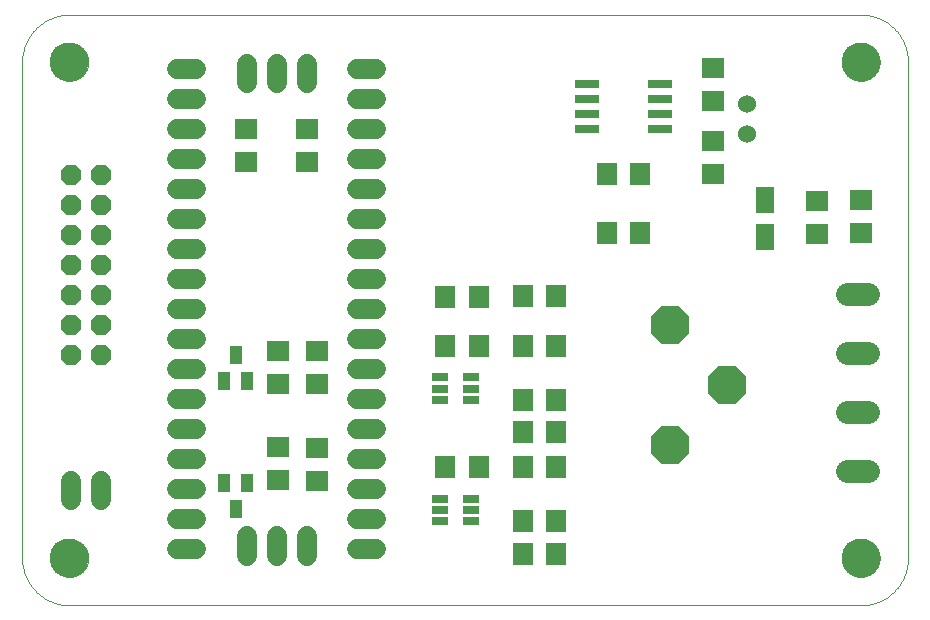
<source format=gts>
G75*
%MOIN*%
%OFA0B0*%
%FSLAX25Y25*%
%IPPOS*%
%LPD*%
%AMOC8*
5,1,8,0,0,1.08239X$1,22.5*
%
%ADD10R,0.05203X0.02841*%
%ADD11C,0.07500*%
%ADD12R,0.04337X0.05912*%
%ADD13C,0.06800*%
%ADD14R,0.05912X0.09061*%
%ADD15R,0.06699X0.07498*%
%ADD16R,0.07498X0.06699*%
%ADD17R,0.07487X0.06699*%
%ADD18OC8,0.06800*%
%ADD19R,0.08400X0.03000*%
%ADD20R,0.06699X0.07487*%
%ADD21OC8,0.12800*%
%ADD22C,0.06000*%
%ADD23C,0.00000*%
%ADD24C,0.12998*%
D10*
X0211432Y0078700D03*
X0211432Y0082440D03*
X0211432Y0086180D03*
X0221668Y0086180D03*
X0221668Y0082440D03*
X0221668Y0078700D03*
X0221668Y0119200D03*
X0221668Y0122940D03*
X0221668Y0126680D03*
X0211432Y0126680D03*
X0211432Y0122940D03*
X0211432Y0119200D03*
D11*
X0347030Y0115007D02*
X0354130Y0115007D01*
X0354130Y0095322D02*
X0347030Y0095322D01*
X0347030Y0134693D02*
X0354130Y0134693D01*
X0354130Y0154378D02*
X0347030Y0154378D01*
D12*
X0146970Y0125349D03*
X0139490Y0125349D03*
X0143230Y0134011D03*
X0139490Y0091481D03*
X0146970Y0091481D03*
X0143230Y0082819D03*
D13*
X0146980Y0073650D02*
X0146980Y0067250D01*
X0156980Y0067250D02*
X0156980Y0073650D01*
X0166980Y0073650D02*
X0166980Y0067250D01*
X0183780Y0069400D02*
X0190180Y0069400D01*
X0190180Y0079400D02*
X0183780Y0079400D01*
X0183780Y0089400D02*
X0190180Y0089400D01*
X0190180Y0099400D02*
X0183780Y0099400D01*
X0183780Y0109400D02*
X0190180Y0109400D01*
X0190180Y0119400D02*
X0183780Y0119400D01*
X0183780Y0129400D02*
X0190180Y0129400D01*
X0190180Y0139400D02*
X0183780Y0139400D01*
X0183780Y0149400D02*
X0190180Y0149400D01*
X0190180Y0159400D02*
X0183780Y0159400D01*
X0183780Y0169400D02*
X0190180Y0169400D01*
X0190180Y0179400D02*
X0183780Y0179400D01*
X0183780Y0189400D02*
X0190180Y0189400D01*
X0190180Y0199400D02*
X0183780Y0199400D01*
X0183780Y0209400D02*
X0190180Y0209400D01*
X0190180Y0219400D02*
X0183780Y0219400D01*
X0183780Y0229400D02*
X0190180Y0229400D01*
X0166900Y0231130D02*
X0166900Y0224730D01*
X0156900Y0224730D02*
X0156900Y0231130D01*
X0146900Y0231130D02*
X0146900Y0224730D01*
X0130180Y0229400D02*
X0123780Y0229400D01*
X0123780Y0219400D02*
X0130180Y0219400D01*
X0130180Y0209400D02*
X0123780Y0209400D01*
X0123780Y0199400D02*
X0130180Y0199400D01*
X0130180Y0189400D02*
X0123780Y0189400D01*
X0123780Y0179400D02*
X0130180Y0179400D01*
X0130180Y0169400D02*
X0123780Y0169400D01*
X0123780Y0159400D02*
X0130180Y0159400D01*
X0130180Y0149400D02*
X0123780Y0149400D01*
X0123780Y0139400D02*
X0130180Y0139400D01*
X0130180Y0129400D02*
X0123780Y0129400D01*
X0123780Y0119400D02*
X0130180Y0119400D01*
X0130180Y0109600D02*
X0123780Y0109600D01*
X0123780Y0099600D02*
X0130180Y0099600D01*
X0130180Y0089600D02*
X0123780Y0089600D01*
X0123780Y0079600D02*
X0130180Y0079600D01*
X0130180Y0069600D02*
X0123780Y0069600D01*
X0098220Y0085840D02*
X0098220Y0092240D01*
X0088220Y0092240D02*
X0088220Y0085840D01*
D14*
X0319630Y0173291D03*
X0319630Y0185889D03*
D15*
X0250148Y0153690D03*
X0238952Y0153690D03*
X0224398Y0153440D03*
X0213202Y0153440D03*
X0213202Y0137190D03*
X0224398Y0137190D03*
X0238952Y0137190D03*
X0250148Y0137190D03*
X0250148Y0119190D03*
X0238952Y0119190D03*
X0238952Y0108440D03*
X0250148Y0108440D03*
X0250148Y0096690D03*
X0238952Y0096690D03*
X0224398Y0096690D03*
X0213202Y0096690D03*
X0238952Y0078690D03*
X0250148Y0078690D03*
X0250148Y0067690D03*
X0238952Y0067690D03*
D16*
X0170230Y0092052D03*
X0157230Y0092302D03*
X0157230Y0103498D03*
X0170230Y0103248D03*
X0170230Y0124362D03*
X0157230Y0124302D03*
X0157230Y0135498D03*
X0170230Y0135558D03*
X0167150Y0198332D03*
X0167150Y0209528D03*
X0146840Y0209528D03*
X0146840Y0198332D03*
D17*
X0302480Y0194448D03*
X0302480Y0205472D03*
X0302450Y0218638D03*
X0302450Y0229662D03*
X0336980Y0185352D03*
X0351740Y0185772D03*
X0351740Y0174748D03*
X0336980Y0174328D03*
D18*
X0098430Y0174150D03*
X0088430Y0174150D03*
X0088430Y0184150D03*
X0098430Y0184150D03*
X0098430Y0194150D03*
X0088430Y0194150D03*
X0088430Y0164150D03*
X0098430Y0164150D03*
X0098430Y0154150D03*
X0088430Y0154150D03*
X0088430Y0144150D03*
X0098430Y0144150D03*
X0098430Y0134150D03*
X0088430Y0134150D03*
D19*
X0260510Y0209450D03*
X0260510Y0214450D03*
X0260510Y0219450D03*
X0260510Y0224450D03*
X0284710Y0224450D03*
X0284710Y0219450D03*
X0284710Y0214450D03*
X0284710Y0209450D03*
D20*
X0278152Y0194380D03*
X0267128Y0194380D03*
X0267038Y0174900D03*
X0278062Y0174900D03*
D21*
X0288010Y0144130D03*
X0307010Y0124130D03*
X0288010Y0104130D03*
D22*
X0313790Y0207720D03*
X0313790Y0217720D03*
D23*
X0351628Y0050700D02*
X0087848Y0050700D01*
X0081549Y0066448D02*
X0081551Y0066606D01*
X0081557Y0066764D01*
X0081567Y0066922D01*
X0081581Y0067080D01*
X0081599Y0067237D01*
X0081620Y0067394D01*
X0081646Y0067550D01*
X0081676Y0067706D01*
X0081709Y0067861D01*
X0081747Y0068014D01*
X0081788Y0068167D01*
X0081833Y0068319D01*
X0081882Y0068470D01*
X0081935Y0068619D01*
X0081991Y0068767D01*
X0082051Y0068913D01*
X0082115Y0069058D01*
X0082183Y0069201D01*
X0082254Y0069343D01*
X0082328Y0069483D01*
X0082406Y0069620D01*
X0082488Y0069756D01*
X0082572Y0069890D01*
X0082661Y0070021D01*
X0082752Y0070150D01*
X0082847Y0070277D01*
X0082944Y0070402D01*
X0083045Y0070524D01*
X0083149Y0070643D01*
X0083256Y0070760D01*
X0083366Y0070874D01*
X0083479Y0070985D01*
X0083594Y0071094D01*
X0083712Y0071199D01*
X0083833Y0071301D01*
X0083956Y0071401D01*
X0084082Y0071497D01*
X0084210Y0071590D01*
X0084340Y0071680D01*
X0084473Y0071766D01*
X0084608Y0071850D01*
X0084744Y0071929D01*
X0084883Y0072006D01*
X0085024Y0072078D01*
X0085166Y0072148D01*
X0085310Y0072213D01*
X0085456Y0072275D01*
X0085603Y0072333D01*
X0085752Y0072388D01*
X0085902Y0072439D01*
X0086053Y0072486D01*
X0086205Y0072529D01*
X0086358Y0072568D01*
X0086513Y0072604D01*
X0086668Y0072635D01*
X0086824Y0072663D01*
X0086980Y0072687D01*
X0087137Y0072707D01*
X0087295Y0072723D01*
X0087452Y0072735D01*
X0087611Y0072743D01*
X0087769Y0072747D01*
X0087927Y0072747D01*
X0088085Y0072743D01*
X0088244Y0072735D01*
X0088401Y0072723D01*
X0088559Y0072707D01*
X0088716Y0072687D01*
X0088872Y0072663D01*
X0089028Y0072635D01*
X0089183Y0072604D01*
X0089338Y0072568D01*
X0089491Y0072529D01*
X0089643Y0072486D01*
X0089794Y0072439D01*
X0089944Y0072388D01*
X0090093Y0072333D01*
X0090240Y0072275D01*
X0090386Y0072213D01*
X0090530Y0072148D01*
X0090672Y0072078D01*
X0090813Y0072006D01*
X0090952Y0071929D01*
X0091088Y0071850D01*
X0091223Y0071766D01*
X0091356Y0071680D01*
X0091486Y0071590D01*
X0091614Y0071497D01*
X0091740Y0071401D01*
X0091863Y0071301D01*
X0091984Y0071199D01*
X0092102Y0071094D01*
X0092217Y0070985D01*
X0092330Y0070874D01*
X0092440Y0070760D01*
X0092547Y0070643D01*
X0092651Y0070524D01*
X0092752Y0070402D01*
X0092849Y0070277D01*
X0092944Y0070150D01*
X0093035Y0070021D01*
X0093124Y0069890D01*
X0093208Y0069756D01*
X0093290Y0069620D01*
X0093368Y0069483D01*
X0093442Y0069343D01*
X0093513Y0069201D01*
X0093581Y0069058D01*
X0093645Y0068913D01*
X0093705Y0068767D01*
X0093761Y0068619D01*
X0093814Y0068470D01*
X0093863Y0068319D01*
X0093908Y0068167D01*
X0093949Y0068014D01*
X0093987Y0067861D01*
X0094020Y0067706D01*
X0094050Y0067550D01*
X0094076Y0067394D01*
X0094097Y0067237D01*
X0094115Y0067080D01*
X0094129Y0066922D01*
X0094139Y0066764D01*
X0094145Y0066606D01*
X0094147Y0066448D01*
X0094145Y0066290D01*
X0094139Y0066132D01*
X0094129Y0065974D01*
X0094115Y0065816D01*
X0094097Y0065659D01*
X0094076Y0065502D01*
X0094050Y0065346D01*
X0094020Y0065190D01*
X0093987Y0065035D01*
X0093949Y0064882D01*
X0093908Y0064729D01*
X0093863Y0064577D01*
X0093814Y0064426D01*
X0093761Y0064277D01*
X0093705Y0064129D01*
X0093645Y0063983D01*
X0093581Y0063838D01*
X0093513Y0063695D01*
X0093442Y0063553D01*
X0093368Y0063413D01*
X0093290Y0063276D01*
X0093208Y0063140D01*
X0093124Y0063006D01*
X0093035Y0062875D01*
X0092944Y0062746D01*
X0092849Y0062619D01*
X0092752Y0062494D01*
X0092651Y0062372D01*
X0092547Y0062253D01*
X0092440Y0062136D01*
X0092330Y0062022D01*
X0092217Y0061911D01*
X0092102Y0061802D01*
X0091984Y0061697D01*
X0091863Y0061595D01*
X0091740Y0061495D01*
X0091614Y0061399D01*
X0091486Y0061306D01*
X0091356Y0061216D01*
X0091223Y0061130D01*
X0091088Y0061046D01*
X0090952Y0060967D01*
X0090813Y0060890D01*
X0090672Y0060818D01*
X0090530Y0060748D01*
X0090386Y0060683D01*
X0090240Y0060621D01*
X0090093Y0060563D01*
X0089944Y0060508D01*
X0089794Y0060457D01*
X0089643Y0060410D01*
X0089491Y0060367D01*
X0089338Y0060328D01*
X0089183Y0060292D01*
X0089028Y0060261D01*
X0088872Y0060233D01*
X0088716Y0060209D01*
X0088559Y0060189D01*
X0088401Y0060173D01*
X0088244Y0060161D01*
X0088085Y0060153D01*
X0087927Y0060149D01*
X0087769Y0060149D01*
X0087611Y0060153D01*
X0087452Y0060161D01*
X0087295Y0060173D01*
X0087137Y0060189D01*
X0086980Y0060209D01*
X0086824Y0060233D01*
X0086668Y0060261D01*
X0086513Y0060292D01*
X0086358Y0060328D01*
X0086205Y0060367D01*
X0086053Y0060410D01*
X0085902Y0060457D01*
X0085752Y0060508D01*
X0085603Y0060563D01*
X0085456Y0060621D01*
X0085310Y0060683D01*
X0085166Y0060748D01*
X0085024Y0060818D01*
X0084883Y0060890D01*
X0084744Y0060967D01*
X0084608Y0061046D01*
X0084473Y0061130D01*
X0084340Y0061216D01*
X0084210Y0061306D01*
X0084082Y0061399D01*
X0083956Y0061495D01*
X0083833Y0061595D01*
X0083712Y0061697D01*
X0083594Y0061802D01*
X0083479Y0061911D01*
X0083366Y0062022D01*
X0083256Y0062136D01*
X0083149Y0062253D01*
X0083045Y0062372D01*
X0082944Y0062494D01*
X0082847Y0062619D01*
X0082752Y0062746D01*
X0082661Y0062875D01*
X0082572Y0063006D01*
X0082488Y0063140D01*
X0082406Y0063276D01*
X0082328Y0063413D01*
X0082254Y0063553D01*
X0082183Y0063695D01*
X0082115Y0063838D01*
X0082051Y0063983D01*
X0081991Y0064129D01*
X0081935Y0064277D01*
X0081882Y0064426D01*
X0081833Y0064577D01*
X0081788Y0064729D01*
X0081747Y0064882D01*
X0081709Y0065035D01*
X0081676Y0065190D01*
X0081646Y0065346D01*
X0081620Y0065502D01*
X0081599Y0065659D01*
X0081581Y0065816D01*
X0081567Y0065974D01*
X0081557Y0066132D01*
X0081551Y0066290D01*
X0081549Y0066448D01*
X0072100Y0066448D02*
X0072105Y0066067D01*
X0072118Y0065687D01*
X0072141Y0065307D01*
X0072174Y0064928D01*
X0072215Y0064550D01*
X0072265Y0064173D01*
X0072325Y0063797D01*
X0072393Y0063422D01*
X0072471Y0063050D01*
X0072558Y0062679D01*
X0072653Y0062311D01*
X0072758Y0061945D01*
X0072871Y0061582D01*
X0072993Y0061221D01*
X0073123Y0060864D01*
X0073263Y0060510D01*
X0073410Y0060159D01*
X0073567Y0059812D01*
X0073731Y0059469D01*
X0073904Y0059130D01*
X0074085Y0058795D01*
X0074274Y0058464D01*
X0074471Y0058139D01*
X0074675Y0057818D01*
X0074888Y0057502D01*
X0075108Y0057192D01*
X0075335Y0056886D01*
X0075570Y0056587D01*
X0075812Y0056293D01*
X0076060Y0056005D01*
X0076316Y0055723D01*
X0076579Y0055448D01*
X0076848Y0055179D01*
X0077123Y0054916D01*
X0077405Y0054660D01*
X0077693Y0054412D01*
X0077987Y0054170D01*
X0078286Y0053935D01*
X0078592Y0053708D01*
X0078902Y0053488D01*
X0079218Y0053275D01*
X0079539Y0053071D01*
X0079864Y0052874D01*
X0080195Y0052685D01*
X0080530Y0052504D01*
X0080869Y0052331D01*
X0081212Y0052167D01*
X0081559Y0052010D01*
X0081910Y0051863D01*
X0082264Y0051723D01*
X0082621Y0051593D01*
X0082982Y0051471D01*
X0083345Y0051358D01*
X0083711Y0051253D01*
X0084079Y0051158D01*
X0084450Y0051071D01*
X0084822Y0050993D01*
X0085197Y0050925D01*
X0085573Y0050865D01*
X0085950Y0050815D01*
X0086328Y0050774D01*
X0086707Y0050741D01*
X0087087Y0050718D01*
X0087467Y0050705D01*
X0087848Y0050700D01*
X0072100Y0066448D02*
X0072100Y0231802D01*
X0081549Y0231802D02*
X0081551Y0231960D01*
X0081557Y0232118D01*
X0081567Y0232276D01*
X0081581Y0232434D01*
X0081599Y0232591D01*
X0081620Y0232748D01*
X0081646Y0232904D01*
X0081676Y0233060D01*
X0081709Y0233215D01*
X0081747Y0233368D01*
X0081788Y0233521D01*
X0081833Y0233673D01*
X0081882Y0233824D01*
X0081935Y0233973D01*
X0081991Y0234121D01*
X0082051Y0234267D01*
X0082115Y0234412D01*
X0082183Y0234555D01*
X0082254Y0234697D01*
X0082328Y0234837D01*
X0082406Y0234974D01*
X0082488Y0235110D01*
X0082572Y0235244D01*
X0082661Y0235375D01*
X0082752Y0235504D01*
X0082847Y0235631D01*
X0082944Y0235756D01*
X0083045Y0235878D01*
X0083149Y0235997D01*
X0083256Y0236114D01*
X0083366Y0236228D01*
X0083479Y0236339D01*
X0083594Y0236448D01*
X0083712Y0236553D01*
X0083833Y0236655D01*
X0083956Y0236755D01*
X0084082Y0236851D01*
X0084210Y0236944D01*
X0084340Y0237034D01*
X0084473Y0237120D01*
X0084608Y0237204D01*
X0084744Y0237283D01*
X0084883Y0237360D01*
X0085024Y0237432D01*
X0085166Y0237502D01*
X0085310Y0237567D01*
X0085456Y0237629D01*
X0085603Y0237687D01*
X0085752Y0237742D01*
X0085902Y0237793D01*
X0086053Y0237840D01*
X0086205Y0237883D01*
X0086358Y0237922D01*
X0086513Y0237958D01*
X0086668Y0237989D01*
X0086824Y0238017D01*
X0086980Y0238041D01*
X0087137Y0238061D01*
X0087295Y0238077D01*
X0087452Y0238089D01*
X0087611Y0238097D01*
X0087769Y0238101D01*
X0087927Y0238101D01*
X0088085Y0238097D01*
X0088244Y0238089D01*
X0088401Y0238077D01*
X0088559Y0238061D01*
X0088716Y0238041D01*
X0088872Y0238017D01*
X0089028Y0237989D01*
X0089183Y0237958D01*
X0089338Y0237922D01*
X0089491Y0237883D01*
X0089643Y0237840D01*
X0089794Y0237793D01*
X0089944Y0237742D01*
X0090093Y0237687D01*
X0090240Y0237629D01*
X0090386Y0237567D01*
X0090530Y0237502D01*
X0090672Y0237432D01*
X0090813Y0237360D01*
X0090952Y0237283D01*
X0091088Y0237204D01*
X0091223Y0237120D01*
X0091356Y0237034D01*
X0091486Y0236944D01*
X0091614Y0236851D01*
X0091740Y0236755D01*
X0091863Y0236655D01*
X0091984Y0236553D01*
X0092102Y0236448D01*
X0092217Y0236339D01*
X0092330Y0236228D01*
X0092440Y0236114D01*
X0092547Y0235997D01*
X0092651Y0235878D01*
X0092752Y0235756D01*
X0092849Y0235631D01*
X0092944Y0235504D01*
X0093035Y0235375D01*
X0093124Y0235244D01*
X0093208Y0235110D01*
X0093290Y0234974D01*
X0093368Y0234837D01*
X0093442Y0234697D01*
X0093513Y0234555D01*
X0093581Y0234412D01*
X0093645Y0234267D01*
X0093705Y0234121D01*
X0093761Y0233973D01*
X0093814Y0233824D01*
X0093863Y0233673D01*
X0093908Y0233521D01*
X0093949Y0233368D01*
X0093987Y0233215D01*
X0094020Y0233060D01*
X0094050Y0232904D01*
X0094076Y0232748D01*
X0094097Y0232591D01*
X0094115Y0232434D01*
X0094129Y0232276D01*
X0094139Y0232118D01*
X0094145Y0231960D01*
X0094147Y0231802D01*
X0094145Y0231644D01*
X0094139Y0231486D01*
X0094129Y0231328D01*
X0094115Y0231170D01*
X0094097Y0231013D01*
X0094076Y0230856D01*
X0094050Y0230700D01*
X0094020Y0230544D01*
X0093987Y0230389D01*
X0093949Y0230236D01*
X0093908Y0230083D01*
X0093863Y0229931D01*
X0093814Y0229780D01*
X0093761Y0229631D01*
X0093705Y0229483D01*
X0093645Y0229337D01*
X0093581Y0229192D01*
X0093513Y0229049D01*
X0093442Y0228907D01*
X0093368Y0228767D01*
X0093290Y0228630D01*
X0093208Y0228494D01*
X0093124Y0228360D01*
X0093035Y0228229D01*
X0092944Y0228100D01*
X0092849Y0227973D01*
X0092752Y0227848D01*
X0092651Y0227726D01*
X0092547Y0227607D01*
X0092440Y0227490D01*
X0092330Y0227376D01*
X0092217Y0227265D01*
X0092102Y0227156D01*
X0091984Y0227051D01*
X0091863Y0226949D01*
X0091740Y0226849D01*
X0091614Y0226753D01*
X0091486Y0226660D01*
X0091356Y0226570D01*
X0091223Y0226484D01*
X0091088Y0226400D01*
X0090952Y0226321D01*
X0090813Y0226244D01*
X0090672Y0226172D01*
X0090530Y0226102D01*
X0090386Y0226037D01*
X0090240Y0225975D01*
X0090093Y0225917D01*
X0089944Y0225862D01*
X0089794Y0225811D01*
X0089643Y0225764D01*
X0089491Y0225721D01*
X0089338Y0225682D01*
X0089183Y0225646D01*
X0089028Y0225615D01*
X0088872Y0225587D01*
X0088716Y0225563D01*
X0088559Y0225543D01*
X0088401Y0225527D01*
X0088244Y0225515D01*
X0088085Y0225507D01*
X0087927Y0225503D01*
X0087769Y0225503D01*
X0087611Y0225507D01*
X0087452Y0225515D01*
X0087295Y0225527D01*
X0087137Y0225543D01*
X0086980Y0225563D01*
X0086824Y0225587D01*
X0086668Y0225615D01*
X0086513Y0225646D01*
X0086358Y0225682D01*
X0086205Y0225721D01*
X0086053Y0225764D01*
X0085902Y0225811D01*
X0085752Y0225862D01*
X0085603Y0225917D01*
X0085456Y0225975D01*
X0085310Y0226037D01*
X0085166Y0226102D01*
X0085024Y0226172D01*
X0084883Y0226244D01*
X0084744Y0226321D01*
X0084608Y0226400D01*
X0084473Y0226484D01*
X0084340Y0226570D01*
X0084210Y0226660D01*
X0084082Y0226753D01*
X0083956Y0226849D01*
X0083833Y0226949D01*
X0083712Y0227051D01*
X0083594Y0227156D01*
X0083479Y0227265D01*
X0083366Y0227376D01*
X0083256Y0227490D01*
X0083149Y0227607D01*
X0083045Y0227726D01*
X0082944Y0227848D01*
X0082847Y0227973D01*
X0082752Y0228100D01*
X0082661Y0228229D01*
X0082572Y0228360D01*
X0082488Y0228494D01*
X0082406Y0228630D01*
X0082328Y0228767D01*
X0082254Y0228907D01*
X0082183Y0229049D01*
X0082115Y0229192D01*
X0082051Y0229337D01*
X0081991Y0229483D01*
X0081935Y0229631D01*
X0081882Y0229780D01*
X0081833Y0229931D01*
X0081788Y0230083D01*
X0081747Y0230236D01*
X0081709Y0230389D01*
X0081676Y0230544D01*
X0081646Y0230700D01*
X0081620Y0230856D01*
X0081599Y0231013D01*
X0081581Y0231170D01*
X0081567Y0231328D01*
X0081557Y0231486D01*
X0081551Y0231644D01*
X0081549Y0231802D01*
X0072100Y0231802D02*
X0072105Y0232183D01*
X0072118Y0232563D01*
X0072141Y0232943D01*
X0072174Y0233322D01*
X0072215Y0233700D01*
X0072265Y0234077D01*
X0072325Y0234453D01*
X0072393Y0234828D01*
X0072471Y0235200D01*
X0072558Y0235571D01*
X0072653Y0235939D01*
X0072758Y0236305D01*
X0072871Y0236668D01*
X0072993Y0237029D01*
X0073123Y0237386D01*
X0073263Y0237740D01*
X0073410Y0238091D01*
X0073567Y0238438D01*
X0073731Y0238781D01*
X0073904Y0239120D01*
X0074085Y0239455D01*
X0074274Y0239786D01*
X0074471Y0240111D01*
X0074675Y0240432D01*
X0074888Y0240748D01*
X0075108Y0241058D01*
X0075335Y0241364D01*
X0075570Y0241663D01*
X0075812Y0241957D01*
X0076060Y0242245D01*
X0076316Y0242527D01*
X0076579Y0242802D01*
X0076848Y0243071D01*
X0077123Y0243334D01*
X0077405Y0243590D01*
X0077693Y0243838D01*
X0077987Y0244080D01*
X0078286Y0244315D01*
X0078592Y0244542D01*
X0078902Y0244762D01*
X0079218Y0244975D01*
X0079539Y0245179D01*
X0079864Y0245376D01*
X0080195Y0245565D01*
X0080530Y0245746D01*
X0080869Y0245919D01*
X0081212Y0246083D01*
X0081559Y0246240D01*
X0081910Y0246387D01*
X0082264Y0246527D01*
X0082621Y0246657D01*
X0082982Y0246779D01*
X0083345Y0246892D01*
X0083711Y0246997D01*
X0084079Y0247092D01*
X0084450Y0247179D01*
X0084822Y0247257D01*
X0085197Y0247325D01*
X0085573Y0247385D01*
X0085950Y0247435D01*
X0086328Y0247476D01*
X0086707Y0247509D01*
X0087087Y0247532D01*
X0087467Y0247545D01*
X0087848Y0247550D01*
X0351628Y0247550D01*
X0345329Y0231802D02*
X0345331Y0231960D01*
X0345337Y0232118D01*
X0345347Y0232276D01*
X0345361Y0232434D01*
X0345379Y0232591D01*
X0345400Y0232748D01*
X0345426Y0232904D01*
X0345456Y0233060D01*
X0345489Y0233215D01*
X0345527Y0233368D01*
X0345568Y0233521D01*
X0345613Y0233673D01*
X0345662Y0233824D01*
X0345715Y0233973D01*
X0345771Y0234121D01*
X0345831Y0234267D01*
X0345895Y0234412D01*
X0345963Y0234555D01*
X0346034Y0234697D01*
X0346108Y0234837D01*
X0346186Y0234974D01*
X0346268Y0235110D01*
X0346352Y0235244D01*
X0346441Y0235375D01*
X0346532Y0235504D01*
X0346627Y0235631D01*
X0346724Y0235756D01*
X0346825Y0235878D01*
X0346929Y0235997D01*
X0347036Y0236114D01*
X0347146Y0236228D01*
X0347259Y0236339D01*
X0347374Y0236448D01*
X0347492Y0236553D01*
X0347613Y0236655D01*
X0347736Y0236755D01*
X0347862Y0236851D01*
X0347990Y0236944D01*
X0348120Y0237034D01*
X0348253Y0237120D01*
X0348388Y0237204D01*
X0348524Y0237283D01*
X0348663Y0237360D01*
X0348804Y0237432D01*
X0348946Y0237502D01*
X0349090Y0237567D01*
X0349236Y0237629D01*
X0349383Y0237687D01*
X0349532Y0237742D01*
X0349682Y0237793D01*
X0349833Y0237840D01*
X0349985Y0237883D01*
X0350138Y0237922D01*
X0350293Y0237958D01*
X0350448Y0237989D01*
X0350604Y0238017D01*
X0350760Y0238041D01*
X0350917Y0238061D01*
X0351075Y0238077D01*
X0351232Y0238089D01*
X0351391Y0238097D01*
X0351549Y0238101D01*
X0351707Y0238101D01*
X0351865Y0238097D01*
X0352024Y0238089D01*
X0352181Y0238077D01*
X0352339Y0238061D01*
X0352496Y0238041D01*
X0352652Y0238017D01*
X0352808Y0237989D01*
X0352963Y0237958D01*
X0353118Y0237922D01*
X0353271Y0237883D01*
X0353423Y0237840D01*
X0353574Y0237793D01*
X0353724Y0237742D01*
X0353873Y0237687D01*
X0354020Y0237629D01*
X0354166Y0237567D01*
X0354310Y0237502D01*
X0354452Y0237432D01*
X0354593Y0237360D01*
X0354732Y0237283D01*
X0354868Y0237204D01*
X0355003Y0237120D01*
X0355136Y0237034D01*
X0355266Y0236944D01*
X0355394Y0236851D01*
X0355520Y0236755D01*
X0355643Y0236655D01*
X0355764Y0236553D01*
X0355882Y0236448D01*
X0355997Y0236339D01*
X0356110Y0236228D01*
X0356220Y0236114D01*
X0356327Y0235997D01*
X0356431Y0235878D01*
X0356532Y0235756D01*
X0356629Y0235631D01*
X0356724Y0235504D01*
X0356815Y0235375D01*
X0356904Y0235244D01*
X0356988Y0235110D01*
X0357070Y0234974D01*
X0357148Y0234837D01*
X0357222Y0234697D01*
X0357293Y0234555D01*
X0357361Y0234412D01*
X0357425Y0234267D01*
X0357485Y0234121D01*
X0357541Y0233973D01*
X0357594Y0233824D01*
X0357643Y0233673D01*
X0357688Y0233521D01*
X0357729Y0233368D01*
X0357767Y0233215D01*
X0357800Y0233060D01*
X0357830Y0232904D01*
X0357856Y0232748D01*
X0357877Y0232591D01*
X0357895Y0232434D01*
X0357909Y0232276D01*
X0357919Y0232118D01*
X0357925Y0231960D01*
X0357927Y0231802D01*
X0357925Y0231644D01*
X0357919Y0231486D01*
X0357909Y0231328D01*
X0357895Y0231170D01*
X0357877Y0231013D01*
X0357856Y0230856D01*
X0357830Y0230700D01*
X0357800Y0230544D01*
X0357767Y0230389D01*
X0357729Y0230236D01*
X0357688Y0230083D01*
X0357643Y0229931D01*
X0357594Y0229780D01*
X0357541Y0229631D01*
X0357485Y0229483D01*
X0357425Y0229337D01*
X0357361Y0229192D01*
X0357293Y0229049D01*
X0357222Y0228907D01*
X0357148Y0228767D01*
X0357070Y0228630D01*
X0356988Y0228494D01*
X0356904Y0228360D01*
X0356815Y0228229D01*
X0356724Y0228100D01*
X0356629Y0227973D01*
X0356532Y0227848D01*
X0356431Y0227726D01*
X0356327Y0227607D01*
X0356220Y0227490D01*
X0356110Y0227376D01*
X0355997Y0227265D01*
X0355882Y0227156D01*
X0355764Y0227051D01*
X0355643Y0226949D01*
X0355520Y0226849D01*
X0355394Y0226753D01*
X0355266Y0226660D01*
X0355136Y0226570D01*
X0355003Y0226484D01*
X0354868Y0226400D01*
X0354732Y0226321D01*
X0354593Y0226244D01*
X0354452Y0226172D01*
X0354310Y0226102D01*
X0354166Y0226037D01*
X0354020Y0225975D01*
X0353873Y0225917D01*
X0353724Y0225862D01*
X0353574Y0225811D01*
X0353423Y0225764D01*
X0353271Y0225721D01*
X0353118Y0225682D01*
X0352963Y0225646D01*
X0352808Y0225615D01*
X0352652Y0225587D01*
X0352496Y0225563D01*
X0352339Y0225543D01*
X0352181Y0225527D01*
X0352024Y0225515D01*
X0351865Y0225507D01*
X0351707Y0225503D01*
X0351549Y0225503D01*
X0351391Y0225507D01*
X0351232Y0225515D01*
X0351075Y0225527D01*
X0350917Y0225543D01*
X0350760Y0225563D01*
X0350604Y0225587D01*
X0350448Y0225615D01*
X0350293Y0225646D01*
X0350138Y0225682D01*
X0349985Y0225721D01*
X0349833Y0225764D01*
X0349682Y0225811D01*
X0349532Y0225862D01*
X0349383Y0225917D01*
X0349236Y0225975D01*
X0349090Y0226037D01*
X0348946Y0226102D01*
X0348804Y0226172D01*
X0348663Y0226244D01*
X0348524Y0226321D01*
X0348388Y0226400D01*
X0348253Y0226484D01*
X0348120Y0226570D01*
X0347990Y0226660D01*
X0347862Y0226753D01*
X0347736Y0226849D01*
X0347613Y0226949D01*
X0347492Y0227051D01*
X0347374Y0227156D01*
X0347259Y0227265D01*
X0347146Y0227376D01*
X0347036Y0227490D01*
X0346929Y0227607D01*
X0346825Y0227726D01*
X0346724Y0227848D01*
X0346627Y0227973D01*
X0346532Y0228100D01*
X0346441Y0228229D01*
X0346352Y0228360D01*
X0346268Y0228494D01*
X0346186Y0228630D01*
X0346108Y0228767D01*
X0346034Y0228907D01*
X0345963Y0229049D01*
X0345895Y0229192D01*
X0345831Y0229337D01*
X0345771Y0229483D01*
X0345715Y0229631D01*
X0345662Y0229780D01*
X0345613Y0229931D01*
X0345568Y0230083D01*
X0345527Y0230236D01*
X0345489Y0230389D01*
X0345456Y0230544D01*
X0345426Y0230700D01*
X0345400Y0230856D01*
X0345379Y0231013D01*
X0345361Y0231170D01*
X0345347Y0231328D01*
X0345337Y0231486D01*
X0345331Y0231644D01*
X0345329Y0231802D01*
X0351628Y0247550D02*
X0352009Y0247545D01*
X0352389Y0247532D01*
X0352769Y0247509D01*
X0353148Y0247476D01*
X0353526Y0247435D01*
X0353903Y0247385D01*
X0354279Y0247325D01*
X0354654Y0247257D01*
X0355026Y0247179D01*
X0355397Y0247092D01*
X0355765Y0246997D01*
X0356131Y0246892D01*
X0356494Y0246779D01*
X0356855Y0246657D01*
X0357212Y0246527D01*
X0357566Y0246387D01*
X0357917Y0246240D01*
X0358264Y0246083D01*
X0358607Y0245919D01*
X0358946Y0245746D01*
X0359281Y0245565D01*
X0359612Y0245376D01*
X0359937Y0245179D01*
X0360258Y0244975D01*
X0360574Y0244762D01*
X0360884Y0244542D01*
X0361190Y0244315D01*
X0361489Y0244080D01*
X0361783Y0243838D01*
X0362071Y0243590D01*
X0362353Y0243334D01*
X0362628Y0243071D01*
X0362897Y0242802D01*
X0363160Y0242527D01*
X0363416Y0242245D01*
X0363664Y0241957D01*
X0363906Y0241663D01*
X0364141Y0241364D01*
X0364368Y0241058D01*
X0364588Y0240748D01*
X0364801Y0240432D01*
X0365005Y0240111D01*
X0365202Y0239786D01*
X0365391Y0239455D01*
X0365572Y0239120D01*
X0365745Y0238781D01*
X0365909Y0238438D01*
X0366066Y0238091D01*
X0366213Y0237740D01*
X0366353Y0237386D01*
X0366483Y0237029D01*
X0366605Y0236668D01*
X0366718Y0236305D01*
X0366823Y0235939D01*
X0366918Y0235571D01*
X0367005Y0235200D01*
X0367083Y0234828D01*
X0367151Y0234453D01*
X0367211Y0234077D01*
X0367261Y0233700D01*
X0367302Y0233322D01*
X0367335Y0232943D01*
X0367358Y0232563D01*
X0367371Y0232183D01*
X0367376Y0231802D01*
X0367376Y0066448D01*
X0345329Y0066448D02*
X0345331Y0066606D01*
X0345337Y0066764D01*
X0345347Y0066922D01*
X0345361Y0067080D01*
X0345379Y0067237D01*
X0345400Y0067394D01*
X0345426Y0067550D01*
X0345456Y0067706D01*
X0345489Y0067861D01*
X0345527Y0068014D01*
X0345568Y0068167D01*
X0345613Y0068319D01*
X0345662Y0068470D01*
X0345715Y0068619D01*
X0345771Y0068767D01*
X0345831Y0068913D01*
X0345895Y0069058D01*
X0345963Y0069201D01*
X0346034Y0069343D01*
X0346108Y0069483D01*
X0346186Y0069620D01*
X0346268Y0069756D01*
X0346352Y0069890D01*
X0346441Y0070021D01*
X0346532Y0070150D01*
X0346627Y0070277D01*
X0346724Y0070402D01*
X0346825Y0070524D01*
X0346929Y0070643D01*
X0347036Y0070760D01*
X0347146Y0070874D01*
X0347259Y0070985D01*
X0347374Y0071094D01*
X0347492Y0071199D01*
X0347613Y0071301D01*
X0347736Y0071401D01*
X0347862Y0071497D01*
X0347990Y0071590D01*
X0348120Y0071680D01*
X0348253Y0071766D01*
X0348388Y0071850D01*
X0348524Y0071929D01*
X0348663Y0072006D01*
X0348804Y0072078D01*
X0348946Y0072148D01*
X0349090Y0072213D01*
X0349236Y0072275D01*
X0349383Y0072333D01*
X0349532Y0072388D01*
X0349682Y0072439D01*
X0349833Y0072486D01*
X0349985Y0072529D01*
X0350138Y0072568D01*
X0350293Y0072604D01*
X0350448Y0072635D01*
X0350604Y0072663D01*
X0350760Y0072687D01*
X0350917Y0072707D01*
X0351075Y0072723D01*
X0351232Y0072735D01*
X0351391Y0072743D01*
X0351549Y0072747D01*
X0351707Y0072747D01*
X0351865Y0072743D01*
X0352024Y0072735D01*
X0352181Y0072723D01*
X0352339Y0072707D01*
X0352496Y0072687D01*
X0352652Y0072663D01*
X0352808Y0072635D01*
X0352963Y0072604D01*
X0353118Y0072568D01*
X0353271Y0072529D01*
X0353423Y0072486D01*
X0353574Y0072439D01*
X0353724Y0072388D01*
X0353873Y0072333D01*
X0354020Y0072275D01*
X0354166Y0072213D01*
X0354310Y0072148D01*
X0354452Y0072078D01*
X0354593Y0072006D01*
X0354732Y0071929D01*
X0354868Y0071850D01*
X0355003Y0071766D01*
X0355136Y0071680D01*
X0355266Y0071590D01*
X0355394Y0071497D01*
X0355520Y0071401D01*
X0355643Y0071301D01*
X0355764Y0071199D01*
X0355882Y0071094D01*
X0355997Y0070985D01*
X0356110Y0070874D01*
X0356220Y0070760D01*
X0356327Y0070643D01*
X0356431Y0070524D01*
X0356532Y0070402D01*
X0356629Y0070277D01*
X0356724Y0070150D01*
X0356815Y0070021D01*
X0356904Y0069890D01*
X0356988Y0069756D01*
X0357070Y0069620D01*
X0357148Y0069483D01*
X0357222Y0069343D01*
X0357293Y0069201D01*
X0357361Y0069058D01*
X0357425Y0068913D01*
X0357485Y0068767D01*
X0357541Y0068619D01*
X0357594Y0068470D01*
X0357643Y0068319D01*
X0357688Y0068167D01*
X0357729Y0068014D01*
X0357767Y0067861D01*
X0357800Y0067706D01*
X0357830Y0067550D01*
X0357856Y0067394D01*
X0357877Y0067237D01*
X0357895Y0067080D01*
X0357909Y0066922D01*
X0357919Y0066764D01*
X0357925Y0066606D01*
X0357927Y0066448D01*
X0357925Y0066290D01*
X0357919Y0066132D01*
X0357909Y0065974D01*
X0357895Y0065816D01*
X0357877Y0065659D01*
X0357856Y0065502D01*
X0357830Y0065346D01*
X0357800Y0065190D01*
X0357767Y0065035D01*
X0357729Y0064882D01*
X0357688Y0064729D01*
X0357643Y0064577D01*
X0357594Y0064426D01*
X0357541Y0064277D01*
X0357485Y0064129D01*
X0357425Y0063983D01*
X0357361Y0063838D01*
X0357293Y0063695D01*
X0357222Y0063553D01*
X0357148Y0063413D01*
X0357070Y0063276D01*
X0356988Y0063140D01*
X0356904Y0063006D01*
X0356815Y0062875D01*
X0356724Y0062746D01*
X0356629Y0062619D01*
X0356532Y0062494D01*
X0356431Y0062372D01*
X0356327Y0062253D01*
X0356220Y0062136D01*
X0356110Y0062022D01*
X0355997Y0061911D01*
X0355882Y0061802D01*
X0355764Y0061697D01*
X0355643Y0061595D01*
X0355520Y0061495D01*
X0355394Y0061399D01*
X0355266Y0061306D01*
X0355136Y0061216D01*
X0355003Y0061130D01*
X0354868Y0061046D01*
X0354732Y0060967D01*
X0354593Y0060890D01*
X0354452Y0060818D01*
X0354310Y0060748D01*
X0354166Y0060683D01*
X0354020Y0060621D01*
X0353873Y0060563D01*
X0353724Y0060508D01*
X0353574Y0060457D01*
X0353423Y0060410D01*
X0353271Y0060367D01*
X0353118Y0060328D01*
X0352963Y0060292D01*
X0352808Y0060261D01*
X0352652Y0060233D01*
X0352496Y0060209D01*
X0352339Y0060189D01*
X0352181Y0060173D01*
X0352024Y0060161D01*
X0351865Y0060153D01*
X0351707Y0060149D01*
X0351549Y0060149D01*
X0351391Y0060153D01*
X0351232Y0060161D01*
X0351075Y0060173D01*
X0350917Y0060189D01*
X0350760Y0060209D01*
X0350604Y0060233D01*
X0350448Y0060261D01*
X0350293Y0060292D01*
X0350138Y0060328D01*
X0349985Y0060367D01*
X0349833Y0060410D01*
X0349682Y0060457D01*
X0349532Y0060508D01*
X0349383Y0060563D01*
X0349236Y0060621D01*
X0349090Y0060683D01*
X0348946Y0060748D01*
X0348804Y0060818D01*
X0348663Y0060890D01*
X0348524Y0060967D01*
X0348388Y0061046D01*
X0348253Y0061130D01*
X0348120Y0061216D01*
X0347990Y0061306D01*
X0347862Y0061399D01*
X0347736Y0061495D01*
X0347613Y0061595D01*
X0347492Y0061697D01*
X0347374Y0061802D01*
X0347259Y0061911D01*
X0347146Y0062022D01*
X0347036Y0062136D01*
X0346929Y0062253D01*
X0346825Y0062372D01*
X0346724Y0062494D01*
X0346627Y0062619D01*
X0346532Y0062746D01*
X0346441Y0062875D01*
X0346352Y0063006D01*
X0346268Y0063140D01*
X0346186Y0063276D01*
X0346108Y0063413D01*
X0346034Y0063553D01*
X0345963Y0063695D01*
X0345895Y0063838D01*
X0345831Y0063983D01*
X0345771Y0064129D01*
X0345715Y0064277D01*
X0345662Y0064426D01*
X0345613Y0064577D01*
X0345568Y0064729D01*
X0345527Y0064882D01*
X0345489Y0065035D01*
X0345456Y0065190D01*
X0345426Y0065346D01*
X0345400Y0065502D01*
X0345379Y0065659D01*
X0345361Y0065816D01*
X0345347Y0065974D01*
X0345337Y0066132D01*
X0345331Y0066290D01*
X0345329Y0066448D01*
X0351628Y0050700D02*
X0352009Y0050705D01*
X0352389Y0050718D01*
X0352769Y0050741D01*
X0353148Y0050774D01*
X0353526Y0050815D01*
X0353903Y0050865D01*
X0354279Y0050925D01*
X0354654Y0050993D01*
X0355026Y0051071D01*
X0355397Y0051158D01*
X0355765Y0051253D01*
X0356131Y0051358D01*
X0356494Y0051471D01*
X0356855Y0051593D01*
X0357212Y0051723D01*
X0357566Y0051863D01*
X0357917Y0052010D01*
X0358264Y0052167D01*
X0358607Y0052331D01*
X0358946Y0052504D01*
X0359281Y0052685D01*
X0359612Y0052874D01*
X0359937Y0053071D01*
X0360258Y0053275D01*
X0360574Y0053488D01*
X0360884Y0053708D01*
X0361190Y0053935D01*
X0361489Y0054170D01*
X0361783Y0054412D01*
X0362071Y0054660D01*
X0362353Y0054916D01*
X0362628Y0055179D01*
X0362897Y0055448D01*
X0363160Y0055723D01*
X0363416Y0056005D01*
X0363664Y0056293D01*
X0363906Y0056587D01*
X0364141Y0056886D01*
X0364368Y0057192D01*
X0364588Y0057502D01*
X0364801Y0057818D01*
X0365005Y0058139D01*
X0365202Y0058464D01*
X0365391Y0058795D01*
X0365572Y0059130D01*
X0365745Y0059469D01*
X0365909Y0059812D01*
X0366066Y0060159D01*
X0366213Y0060510D01*
X0366353Y0060864D01*
X0366483Y0061221D01*
X0366605Y0061582D01*
X0366718Y0061945D01*
X0366823Y0062311D01*
X0366918Y0062679D01*
X0367005Y0063050D01*
X0367083Y0063422D01*
X0367151Y0063797D01*
X0367211Y0064173D01*
X0367261Y0064550D01*
X0367302Y0064928D01*
X0367335Y0065307D01*
X0367358Y0065687D01*
X0367371Y0066067D01*
X0367376Y0066448D01*
D24*
X0351628Y0066448D03*
X0351628Y0231802D03*
X0087848Y0231802D03*
X0087848Y0066448D03*
M02*

</source>
